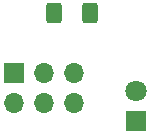
<source format=gbr>
G04 #@! TF.GenerationSoftware,KiCad,Pcbnew,(6.99.0-2452-gdb4f2d9dd8)*
G04 #@! TF.CreationDate,2022-08-02T13:39:31-05:00*
G04 #@! TF.ProjectId,RB,52422e6b-6963-4616-945f-706362585858,rev?*
G04 #@! TF.SameCoordinates,Original*
G04 #@! TF.FileFunction,Soldermask,Bot*
G04 #@! TF.FilePolarity,Negative*
%FSLAX46Y46*%
G04 Gerber Fmt 4.6, Leading zero omitted, Abs format (unit mm)*
G04 Created by KiCad (PCBNEW (6.99.0-2452-gdb4f2d9dd8)) date 2022-08-02 13:39:31*
%MOMM*%
%LPD*%
G01*
G04 APERTURE LIST*
G04 Aperture macros list*
%AMRoundRect*
0 Rectangle with rounded corners*
0 $1 Rounding radius*
0 $2 $3 $4 $5 $6 $7 $8 $9 X,Y pos of 4 corners*
0 Add a 4 corners polygon primitive as box body*
4,1,4,$2,$3,$4,$5,$6,$7,$8,$9,$2,$3,0*
0 Add four circle primitives for the rounded corners*
1,1,$1+$1,$2,$3*
1,1,$1+$1,$4,$5*
1,1,$1+$1,$6,$7*
1,1,$1+$1,$8,$9*
0 Add four rect primitives between the rounded corners*
20,1,$1+$1,$2,$3,$4,$5,0*
20,1,$1+$1,$4,$5,$6,$7,0*
20,1,$1+$1,$6,$7,$8,$9,0*
20,1,$1+$1,$8,$9,$2,$3,0*%
G04 Aperture macros list end*
%ADD10R,1.800000X1.800000*%
%ADD11C,1.800000*%
%ADD12R,1.700000X1.700000*%
%ADD13O,1.700000X1.700000*%
%ADD14RoundRect,0.250000X0.400000X0.625000X-0.400000X0.625000X-0.400000X-0.625000X0.400000X-0.625000X0*%
G04 APERTURE END LIST*
D10*
X207199999Y-110239999D03*
D11*
X207200000Y-107700000D03*
D12*
X196859999Y-106129999D03*
D13*
X196859999Y-108669999D03*
X199399999Y-106129999D03*
X199399999Y-108669999D03*
X201939999Y-106129999D03*
X201939999Y-108669999D03*
D14*
X203350000Y-101100000D03*
X200250000Y-101100000D03*
M02*

</source>
